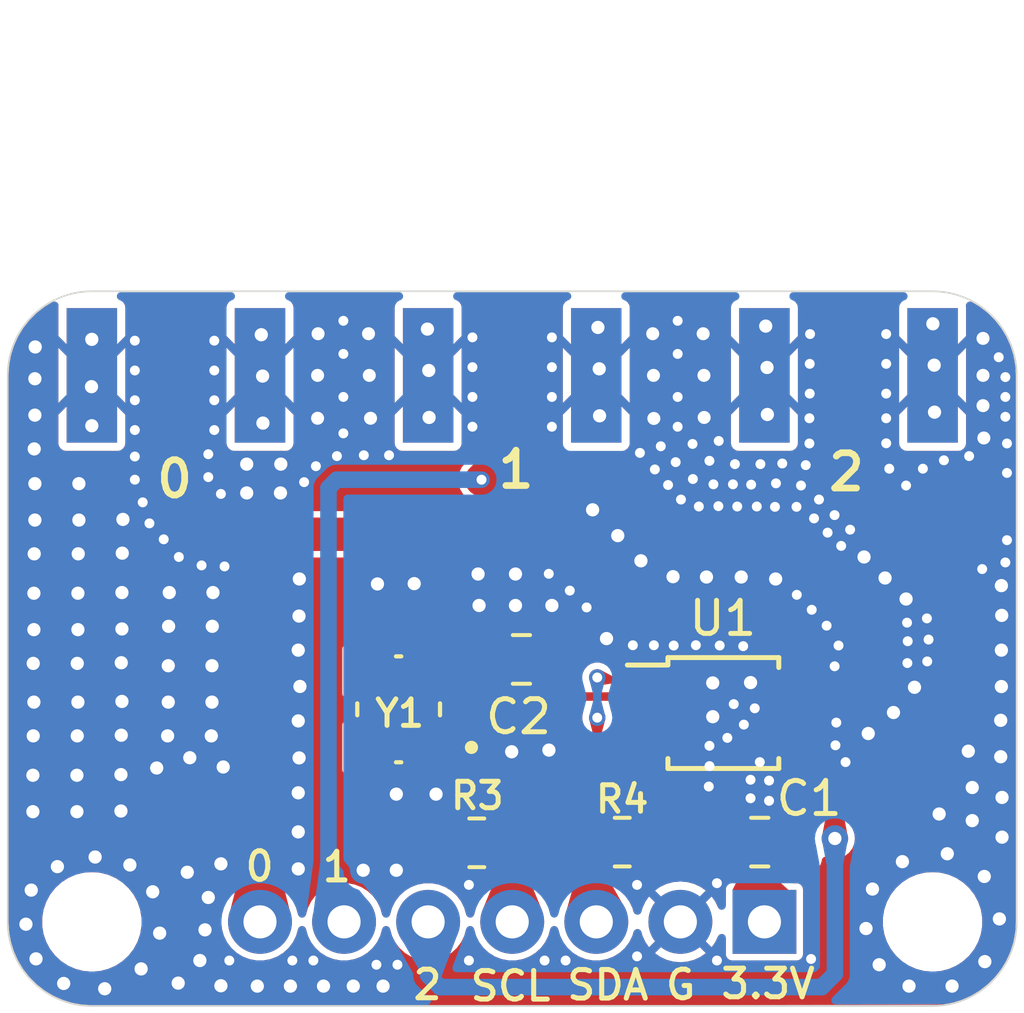
<source format=kicad_pcb>
(kicad_pcb (version 20221018) (generator pcbnew)
  (layers (0 "F.Cu" signal) (31 "B.Cu" signal) (34 "B.Paste" user) (35 "F.Paste" user) (36 "B.SilkS" user "B.Silkscreen") (37 "F.SilkS" user "F.Silkscreen") (38 "B.Mask" user) (39 "F.Mask" user) (44 "Edge.Cuts" user))
  (net 0 "")
  (net 1 "Net-(U1-XA)")
  (net 2 "GND")
  (net 3 "/SDA_3V")
  (net 4 "/SCL_3V")
  (net 5 "/CLK2")
  (net 6 "/CLK1")
  (net 7 "/CLK0")
  (net 8 "+3.3V")
  (net 9 "Net-(Y1-OUT)")
  (footprint "footprints:SMA_EDGELAUNCH_Same" (layer "F.Cu") (at 158.6611 94.7166 -90)
    (fp_text reference "X3" hide)
    (fp_text value "~")
    (pad "GND@1" smd rect (at 2.032 2.54) (size 1.524 4.064) (layers "F.Cu" "F.Mask") (net 2 "GND"))
    (pad "GND@2" smd rect (at 2.032 -2.54) (size 1.524 4.064) (layers "F.Cu" "F.Mask") (net 2 "GND"))
    (pad "GND@3" smd rect (at 2.032 -2.54) (size 1.524 4.064) (layers "B.Cu" "B.Mask") (net 2 "GND"))
    (pad "GND@4" smd rect (at 2.032 2.54) (size 1.524 4.064) (layers "B.Cu" "B.Mask") (net 2 "GND"))
    (pad "P" smd rect (at 2.032 0) (size 1.27 4.064) (layers "F.Cu" "F.Mask") (net 5 "/CLK2"))
  )
  (footprint "Fiducial:Fiducial_1mm_Mask2mm" (layer "F.Cu") (at 138.81 109.99 180)
    (fp_text reference "FID2" hide)
    (fp_text value "~" hide)
    (pad "" smd circle (at 0 0 180) (size 1 1) (layers "F.Cu" "F.Mask") (clearance 0.5))
  )
  (footprint "Resistor_SMD:R_0805_2012Metric_Pad1.20x1.40mm_HandSolder" (layer "F.Cu") (at 151.825 110.85)
    (fp_text reference "R4" (at 0 -1.296) (layer "F.SilkS") (effects (font (size 0.8 0.8))))
    (fp_text value "4.7k" hide)
    (fp_line (start -0.227064 -0.735) (end 0.227064 -0.735) (stroke (width 0.12)) (layer "F.SilkS"))
    (fp_line (start -0.227064 0.735) (end 0.227064 0.735) (stroke (width 0.12)) (layer "F.SilkS"))
    (pad "1" smd roundrect (at -1 0) (size 1.2 1.4) (layers "F.Cu" "F.Paste" "F.Mask") (roundrect_rratio 0.2083333333) (net 3 "/SDA_3V"))
    (pad "2" smd roundrect (at 1 0) (size 1.2 1.4) (layers "F.Cu" "F.Paste" "F.Mask") (roundrect_rratio 0.2083333333) (net 8 "+3.3V"))
  )
  (footprint "MountingHole:MountingHole_2.5mm" (layer "F.Cu") (at 161.2011 113.2586 180)
    (fp_text reference "H2" hide)
    (fp_text value "MOUNTINGHOLE2.5" hide)
    (pad "" np_thru_hole circle (at 0 0 180) (size 2.5 2.5) (drill 2.5) (layers "*.Cu" "*.Mask"))
  )
  (footprint "MountingHole:MountingHole_2.5mm" (layer "F.Cu") (at 135.8011 113.2586 180)
    (fp_text reference "H1" hide)
    (fp_text value "MOUNTINGHOLE2.5" hide)
    (pad "" np_thru_hole circle (at 0 0 180) (size 2.5 2.5) (drill 2.5) (layers "*.Cu" "*.Mask"))
  )
  (footprint "footprints:SMA_EDGELAUNCH_Same" (layer "F.Cu") (at 148.5011 94.7166 -90)
    (fp_text reference "X2" hide)
    (fp_text value "~")
    (pad "GND@1" smd rect (at 2.032 2.54) (size 1.524 4.064) (layers "F.Cu" "F.Mask") (net 2 "GND"))
    (pad "GND@2" smd rect (at 2.032 -2.54) (size 1.524 4.064) (layers "F.Cu" "F.Mask") (net 2 "GND"))
    (pad "GND@3" smd rect (at 2.032 -2.54) (size 1.524 4.064) (layers "B.Cu" "B.Mask") (net 2 "GND"))
    (pad "GND@4" smd rect (at 2.032 2.54) (size 1.524 4.064) (layers "B.Cu" "B.Mask") (net 2 "GND"))
    (pad "P" smd rect (at 2.032 0) (size 1.27 4.064) (layers "F.Cu" "F.Mask") (net 6 "/CLK1"))
  )
  (footprint "Resistor_SMD:R_0805_2012Metric_Pad1.20x1.40mm_HandSolder" (layer "F.Cu") (at 147.431 110.871 180)
    (fp_text reference "R3" (at -0.016 1.4224 180) (layer "F.SilkS") (effects (font (size 0.8 0.8))))
    (fp_text value "4.7k" hide)
    (fp_line (start -0.227064 -0.735) (end 0.227064 -0.735) (stroke (width 0.12)) (layer "F.SilkS"))
    (fp_line (start -0.227064 0.735) (end 0.227064 0.735) (stroke (width 0.12)) (layer "F.SilkS"))
    (pad "1" smd roundrect (at -1 0 180) (size 1.2 1.4) (layers "F.Cu" "F.Paste" "F.Mask") (roundrect_rratio 0.2083333333) (net 4 "/SCL_3V"))
    (pad "2" smd roundrect (at 1 0 180) (size 1.2 1.4) (layers "F.Cu" "F.Paste" "F.Mask") (roundrect_rratio 0.2083333333) (net 8 "+3.3V"))
  )
  (footprint "Adafruit Si5351A:1X07_ROUND_76" (layer "F.Cu") (at 148.5011 113.2586 180)
    (fp_text reference "JP1" hide)
    (fp_text value "~")
    (pad "1" thru_hole rect (at -7.62 0 270) (size 1.9304 1.9304) (drill 1) (layers "*.Cu" "*.Mask") (net 8 "+3.3V"))
    (pad "2" thru_hole circle (at -5.08 0 270) (size 1.9304 1.9304) (drill 1) (layers "*.Cu" "*.Mask") (net 2 "GND"))
    (pad "3" thru_hole circle (at -2.54 0 270) (size 1.9304 1.9304) (drill 1) (layers "*.Cu" "*.Mask") (net 3 "/SDA_3V"))
    (pad "4" thru_hole circle (at 0 0 270) (size 1.9304 1.9304) (drill 1) (layers "*.Cu" "*.Mask") (net 4 "/SCL_3V"))
    (pad "5" thru_hole circle (at 2.54 0 270) (size 1.9304 1.9304) (drill 1) (layers "*.Cu" "*.Mask") (net 5 "/CLK2"))
    (pad "6" thru_hole circle (at 5.08 0 270) (size 1.9304 1.9304) (drill 1) (layers "*.Cu" "*.Mask") (net 6 "/CLK1"))
    (pad "7" thru_hole circle (at 7.62 0 270) (size 1.9304 1.9304) (drill 1) (layers "*.Cu" "*.Mask") (net 7 "/CLK0"))
  )
  (footprint "Capacitor_SMD:C_0805_2012Metric_Pad1.18x1.45mm_HandSolder" (layer "F.Cu") (at 155.98 110.85)
    (fp_text reference "C1" (at 1.49 -1.32 180) (layer "F.SilkS"))
    (fp_text value "100nF" hide)
    (fp_line (start -0.261252 -0.735) (end 0.261252 -0.735) (stroke (width 0.12)) (layer "F.SilkS"))
    (fp_line (start -0.261252 0.735) (end 0.261252 0.735) (stroke (width 0.12)) (layer "F.SilkS"))
    (pad "1" smd roundrect (at -1.0375 0) (size 1.175 1.45) (layers "F.Cu" "F.Paste" "F.Mask") (roundrect_rratio 0.2127659574) (net 8 "+3.3V"))
    (pad "2" smd roundrect (at 1.0375 0) (size 1.175 1.45) (layers "F.Cu" "F.Paste" "F.Mask") (roundrect_rratio 0.2127659574) (net 2 "GND"))
  )
  (footprint "footprints:XTAL_ASTX-H11-25.000MHZ-T-Same" (layer "F.Cu") (at 145.07 106.8375 180)
    (fp_text reference "Y1" (at -0.03 -0.1225 180) (layer "F.SilkS") (effects (font (size 0.8 0.8))))
    (fp_text value "OSCILLATOR" hide)
    (fp_line (start -1.25 -0.18) (end -1.25 0.18) (stroke (width 0.127)) (layer "F.SilkS"))
    (fp_line (start -0.08 -1.6) (end 0.08 -1.6) (stroke (width 0.127)) (layer "F.SilkS"))
    (fp_line (start -0.08 1.6) (end 0.08 1.6) (stroke (width 0.127)) (layer "F.SilkS"))
    (fp_line (start 1.25 -0.18) (end 1.25 0.18) (stroke (width 0.127)) (layer "F.SilkS"))
    (fp_circle (center -2.2 -1.15) (end -2.1 -1.15) (stroke (width 0.2)) (fill none) (layer "F.SilkS"))
    (pad "1" smd rect (at -0.95 -1.15 180) (size 1.1 1.3) (layers "F.Cu" "F.Paste" "F.Mask") (net 2 "GND"))
    (pad "2" smd rect (at -0.95 1.15 180) (size 1.1 1.3) (layers "F.Cu" "F.Paste" "F.Mask") (net 2 "GND"))
    (pad "3" smd rect (at 0.95 1.15 180) (size 1.1 1.3) (layers "F.Cu" "F.Paste" "F.Mask") (net 9 "Net-(Y1-OUT)"))
    (pad "4" smd rect (at 0.95 -1.15 180) (size 1.1 1.3) (layers "F.Cu" "F.Paste" "F.Mask") (net 8 "+3.3V"))
  )
  (footprint "footprints:SMA_EDGELAUNCH_Same" (layer "F.Cu") (at 138.3411 94.7166 -90)
    (fp_text reference "X1" hide)
    (fp_text value "~")
    (pad "GND@1" smd rect (at 2.032 2.54) (size 1.524 4.064) (layers "F.Cu" "F.Mask") (net 2 "GND"))
    (pad "GND@2" smd rect (at 2.032 -2.54) (size 1.524 4.064) (layers "F.Cu" "F.Mask") (net 2 "GND"))
    (pad "GND@3" smd rect (at 2.032 -2.54) (size 1.524 4.064) (layers "B.Cu" "B.Mask") (net 2 "GND"))
    (pad "GND@4" smd rect (at 2.032 2.54) (size 1.524 4.064) (layers "B.Cu" "B.Mask") (net 2 "GND"))
    (pad "P" smd rect (at 2.032 0) (size 1.27 4.064) (layers "F.Cu" "F.Mask") (net 7 "/CLK0"))
  )
  (footprint "Capacitor_SMD:C_0805_2012Metric" (layer "F.Cu") (at 148.78 105.33)
    (fp_text reference "C2" (at -0.088 1.73) (layer "F.SilkS"))
    (fp_text value "100nF" hide)
    (fp_line (start -0.261252 -0.735) (end 0.261252 -0.735) (stroke (width 0.12)) (layer "F.SilkS"))
    (fp_line (start -0.261252 0.735) (end 0.261252 0.735) (stroke (width 0.12)) (layer "F.SilkS"))
    (pad "1" smd roundrect (at -0.95 0) (size 1 1.45) (layers "F.Cu" "F.Paste" "F.Mask") (net 9 "Net-(Y1-OUT)"))
    (pad "2" smd roundrect (at 0.95 0) (size 1 1.45) (layers "F.Cu" "F.Paste" "F.Mask") (net 1 "Net-(U1-XA)"))
  )
  (footprint "Fiducial:Fiducial_1mm_Mask2mm" (layer "F.Cu") (at 162.32 100.71)
    (fp_text reference "FID1" hide)
    (fp_text value "~" hide)
    (pad "" smd circle (at 0 0) (size 1 1) (layers "F.Cu" "F.Mask") (clearance 0.5))
  )
  (footprint "Package_SO:MSOP-10_3x3mm_P0.5mm" (layer "F.Cu") (at 154.88 106.95)
    (fp_text reference "U1" (at -0.0162 -2.8608 180) (layer "F.SilkS"))
    (fp_text value "SI5351A" hide)
    (fp_line (start -1.675 -1.675) (end -1.675 -1.45) (stroke (width 0.15)) (layer "F.SilkS"))
    (fp_line (start -1.675 -1.675) (end 1.675 -1.675) (stroke (width 0.15)) (layer "F.SilkS"))
    (fp_line (start -1.675 -1.45) (end -2.9 -1.45) (stroke (width 0.15)) (layer "F.SilkS"))
    (fp_line (start -1.675 1.675) (end -1.675 1.375) (stroke (width 0.15)) (layer "F.SilkS"))
    (fp_line (start -1.675 1.675) (end 1.675 1.675) (stroke (width 0.15)) (layer "F.SilkS"))
    (fp_line (start 1.675 -1.675) (end 1.675 -1.375) (stroke (width 0.15)) (layer "F.SilkS"))
    (fp_line (start 1.675 1.675) (end 1.675 1.375) (stroke (width 0.15)) (layer "F.SilkS"))
    (pad "1" smd rect (at -2.2 -1) (size 1.4 0.3) (layers "F.Cu" "F.Paste" "F.Mask") (net 8 "+3.3V"))
    (pad "2" smd rect (at -2.2 -0.5) (size 1.4 0.3) (layers "F.Cu" "F.Paste" "F.Mask") (net 1 "Net-(U1-XA)"))
    (pad "3" smd rect (at -2.2 0) (size 1.4 0.3) (layers "F.Cu" "F.Paste" "F.Mask"))
    (pad "4" smd rect (at -2.2 0.5) (size 1.4 0.3) (layers "F.Cu" "F.Paste" "F.Mask") (net 4 "/SCL_3V"))
    (pad "5" smd rect (at -2.2 1) (size 1.4 0.3) (layers "F.Cu" "F.Paste" "F.Mask") (net 3 "/SDA_3V"))
    (pad "6" smd rect (at 2.2 1) (size 1.4 0.3) (layers "F.Cu" "F.Paste" "F.Mask") (net 5 "/CLK2"))
    (pad "7" smd rect (at 2.2 0.5) (size 1.4 0.3) (layers "F.Cu" "F.Paste" "F.Mask") (net 8 "+3.3V"))
    (pad "8" smd rect (at 2.2 0) (size 1.4 0.3) (layers "F.Cu" "F.Paste" "F.Mask") (net 2 "GND"))
    (pad "9" smd rect (at 2.2 -0.5) (size 1.4 0.3) (layers "F.Cu" "F.Paste" "F.Mask") (net 6 "/CLK1"))
    (pad "10" smd rect (at 2.2 -1) (size 1.4 0.3) (layers "F.Cu" "F.Paste" "F.Mask") (net 7 "/CLK0"))
  )
  (gr_arc (start 161.2011 94.2086) (mid 162.997151 94.952549) (end 163.7411 96.7486) (stroke (width 0.05)) (layer "Edge.Cuts"))
  (gr_line (start 133.2611 113.2586) (end 133.2611 96.7486) (stroke (width 0.05)) (layer "Edge.Cuts"))
  (gr_line (start 161.2011 115.7986) (end 135.8011 115.7986) (stroke (width 0.05)) (layer "Edge.Cuts"))
  (gr_arc (start 135.8011 115.7986) (mid 134.005049 115.054651) (end 133.2611 113.2586) (stroke (width 0.05)) (layer "Edge.Cuts"))
  (gr_line (start 163.7411 96.7486) (end 163.7411 113.2586) (stroke (width 0.05)) (layer "Edge.Cuts"))
  (gr_arc (start 133.2611 96.7486) (mid 134.005049 94.952549) (end 135.8011 94.2086) (stroke (width 0.05)) (layer "Edge.Cuts"))
  (gr_line (start 135.8011 94.2086) (end 161.2011 94.2086) (stroke (width 0.05)) (layer "Edge.Cuts"))
  (gr_arc (start 163.7411 113.2586) (mid 162.997151 115.054651) (end 161.2011 115.7986) (stroke (width 0.05)) (layer "Edge.Cuts"))
  (gr_text "1" (at 148.6154 99.5934) (layer "F.SilkS") (effects (font (size 1.0668 1.0668) (thickness 0.2032))))
  (gr_text "G" (at 153.59 115.16) (layer "F.SilkS") (effects (font (size 0.8636 0.8636) (thickness 0.1524))))
  (gr_text "0" (at 140.8684 111.5822) (layer "F.SilkS") (effects (font (size 0.8636 0.8636) (thickness 0.1524))))
  (gr_text "SCL" (at 148.45 115.2) (layer "F.SilkS") (effects (font (size 0.8636 0.8636) (thickness 0.1524))))
  (gr_text "2" (at 145.94 115.16) (layer "F.SilkS") (effects (font (size 0.8636 0.8636) (thickness 0.1524))))
  (gr_text "SDA" (at 151.39 115.17) (layer "F.SilkS") (effects (font (size 0.8636 0.8636) (thickness 0.1524))))
  (gr_text "1" (at 143.2 111.6) (layer "F.SilkS") (effects (font (size 0.8636 0.8636) (thickness 0.1524))))
  (gr_text "3.3V" (at 156.23 115.13) (layer "F.SilkS") (effects (font (size 0.8636 0.8636) (thickness 0.1524))))
  (gr_text "2" (at 158.5976 99.6696) (layer "F.SilkS") (effects (font (size 1.0668 1.0668) (thickness 0.2032))))
  (gr_text "0" (at 138.3 99.88) (layer "F.SilkS") (effects (font (size 1.0668 1.0668) (thickness 0.2032))))
  (segment (start 149.73 106.35) (end 149.8325 106.4525) (width 0.254) (layer "F.Cu") (net 1))
  (segment (start 149.73 105.33) (end 149.73 106.35) (width 0.254) (layer "F.Cu") (net 1))
  (segment (start 149.8325 106.4525) (end 152.6775 106.4525) (width 0.254) (layer "F.Cu") (net 1))
  (segment (start 152.6775 106.4525) (end 152.68 106.45) (width 0.254) (layer "F.Cu") (net 1))
  (segment (start 152.68 106.45) (end 150.0605 106.45) (width 0.25) (layer "F.Cu") (net 1))
  (segment (start 146.02 105.6875) (end 146.02 107.9875) (width 0.25) (layer "F.Cu") (net 2))
  (via (at 143.7 115.2) (size 0.8) (drill 0.4) (layers "F.Cu" "B.Cu") (net 2))
  (via (at 163.4 98) (size 0.5) (drill 0.3) (layers "F.Cu" "B.Cu") (net 2))
  (via (at 145.94 95.35) (size 0.8) (drill 0.4) (layers "F.Cu" "B.Cu") (net 2))
  (via (at 145 109.4) (size 0.8) (drill 0.4) (layers "F.Cu" "B.Cu") (net 2))
  (via (at 159.893 99.568) (size 0.5) (drill 0.3) (layers "F.Cu" "B.Cu") (net 2))
  (via (at 138.12 104.33) (size 0.8) (drill 0.4) (layers "F.Cu" "B.Cu") (net 2))
  (via (at 143.4 95.1) (size 0.5) (drill 0.3) (layers "F.Cu" "B.Cu") (net 2))
  (via (at 136.68 109.91) (size 0.8) (drill 0.4) (layers "F.Cu" "B.Cu") (net 2))
  (via (at 160.29 111.44) (size 0.8) (drill 0.4) (layers "F.Cu" "B.Cu") (net 2))
  (via (at 158.242 105.537) (size 0.5) (drill 0.3) (layers "F.Cu" "B.Cu") (net 2))
  (via (at 134.114168 114.376541) (size 0.8) (drill 0.4) (layers "F.Cu" "B.Cu") (net 2))
  (via (at 161.26 97.86) (size 0.8) (drill 0.4) (layers "F.Cu" "B.Cu") (net 2))
  (via (at 134.05 103.33) (size 0.8) (drill 0.4) (layers "F.Cu" "B.Cu") (net 2))
  (via (at 144.018 99.1616) (size 0.5) (drill 0.3) (layers "F.Cu" "B.Cu") (net 2))
  (via (at 162.306 99.187) (size 0.5) (drill 0.3) (layers "F.Cu" "B.Cu") (net 2))
  (via (at 142.06 104.02) (size 0.8) (drill 0.4) (layers "F.Cu" "B.Cu") (net 2))
  (via (at 157.62 101.07) (size 0.5) (drill 0.3) (layers "F.Cu" "B.Cu") (net 2))
  (via (at 155.3 100.71) (size 0.5) (drill 0.3) (layers "F.Cu" "B.Cu") (net 2))
  (via (at 163.4 96.8) (size 0.5) (drill 0.3) (layers "F.Cu" "B.Cu") (net 2))
  (via (at 138.11 106.62) (size 0.8) (drill 0.4) (layers "F.Cu" "B.Cu") (net 2))
  (via (at 157.48 98.806) (size 0.5) (drill 0.3) (layers "F.Cu" "B.Cu") (net 2))
  (via (at 141.859 114.427) (size 0.5) (drill 0.3) (layers "F.Cu" "B.Cu") (net 2))
  (via (at 137.1 96.6) (size 0.5) (drill 0.3) (layers "F.Cu" "B.Cu") (net 2))
  (via (at 163.28 106.15) (size 0.8) (drill 0.4) (layers "F.Cu" "B.Cu") (net 2))
  (via (at 160.45 104.78) (size 0.5) (drill 0.3) (layers "F.Cu" "B.Cu") (net 2))
  (via (at 154.14 100.71) (size 0.5) (drill 0.3) (layers "F.Cu" "B.Cu") (net 2))
  (via (at 158.71 101.41) (size 0.5) (drill 0.3) (layers "F.Cu" "B.Cu") (net 2))
  (via (at 139.1158 102.489) (size 0.5) (drill 0.3) (layers "F.Cu" "B.Cu") (net 2))
  (via (at 156 99.43) (size 0.5) (drill 0.3) (layers "F.Cu" "B.Cu") (net 2))
  (via (at 147.193 114.427) (size 0.5) (drill 0.3) (layers "F.Cu" "B.Cu") (net 2))
  (via (at 138.43 102.235) (size 0.5) (drill 0.3) (layers "F.Cu" "B.Cu") (net 2))
  (via (at 153.5 97.4) (size 0.5) (drill 0.3) (layers "F.Cu" "B.Cu") (net 2))
  (via (at 160.909 99.568) (size 0.5) (drill 0.3) (layers "F.Cu" "B.Cu") (net 2))
  (via (at 160.401 100.076) (size 0.5) (drill 0.3) (layers "F.Cu" "B.Cu") (net 2))
  (via (at 153.6 100.5) (size 0.5) (drill 0.3) (layers "F.Cu" "B.Cu") (net 2))
  (via (at 157.49 97.3) (size 0.5) (drill 0.3) (layers "F.Cu" "B.Cu") (net 2))
  (via (at 145.54 103.04) (size 0.8) (drill 0.4) (layers "F.Cu" "B.Cu") (net 2))
  (via (at 151.69 101.59) (size 0.8) (drill 0.4) (layers "F.Cu" "B.Cu") (net 2))
  (via (at 156.16 95.26) (size 0.8) (drill 0.4) (layers "F.Cu" "B.Cu") (net 2))
  (via (at 156.47 100.01) (size 0.5) (drill 0.3) (layers "F.Cu" "B.Cu") (net 2))
  (via (at 137.76 108.61) (size 0.8) (drill 0.4) (layers "F.Cu" "B.Cu") (net 2))
  (via (at 163.2 96.2) (size 0.5) (drill 0.3) (layers "F.Cu" "B.Cu") (net 2))
  (via (at 161.21 95.19) (size 0.8) (drill 0.4) (layers "F.Cu" "B.Cu") (net 2))
  (via (at 151.09 95.3) (size 0.8) (drill 0.4) (layers "F.Cu" "B.Cu") (net 2))
  (via (at 151.14 97.97) (size 0.8) (drill 0.4) (layers "F.Cu" "B.Cu") (net 2))
  (via (at 155 107.7) (size 0.5) (drill 0.3) (layers "F.Cu" "B.Cu") (net 2))
  (via (at 147.3 95.6) (size 0.5) (drill 0.3) (layers "F.Cu" "B.Cu") (net 2))
  (via (at 155.829 106.807) (size 0.5) (drill 0.3) (layers "F.Cu" "B.Cu") (net 2))
  (via (at 154.461786 108.552562) (size 0.5) (drill 0.3) (layers "F.Cu" "B.Cu") (net 2))
  (via (at 153.36 102.83) (size 0.8) (drill 0.4) (layers "F.Cu" "B.Cu") (net 2))
  (via (at 152.146 104.902) (size 0.5) (drill 0.3) (layers "F.Cu" "B.Cu") (net 2))
  (via (at 136.69 107.62) (size 0.8) (drill 0.4) (layers "F.Cu" "B.Cu") (net 2))
  (via (at 155.702 109.5248) (size 0.5) (drill 0.3) (layers "F.Cu" "B.Cu") (net 2))
  (via (at 150.114 114.427) (size 0.5) (drill 0.3) (layers "F.Cu" "B.Cu") (net 2))
  (via (at 142.0876 106.1466) (size 0.8) (drill 0.4) (layers "F.Cu" "B.Cu") (net 2))
  (via (at 136.71 103.31) (size 0.8) (drill 0.4) (layers "F.Cu" "B.Cu") (net 2))
  (via (at 142.0368 110.5408) (size 0.8) (drill 0.4) (layers "F.Cu" "B.Cu") (net 2))
  (via (at 134.95 115.12) (size 0.8) (drill 0.4) (layers "F.Cu" "B.Cu") (net 2))
  (via (at 154.2931 96.7486) (size 0.8001) (drill 0.3937) (layers "F.Cu" "B.Cu") (net 2))
  (via (at 149.61 108.07) (size 0.8) (drill 0.4) (layers "F.Cu" "B.Cu") (net 2))
  (via (at 153.5 96.1) (size 0.5) (drill 0.3) (layers "F.Cu" "B.Cu") (net 2))
  (via (at 137.541 101.219) (size 0.5) (drill 0.3) (layers "F.Cu" "B.Cu") (net 2))
  (via (at 142.07 102.9) (size 0.8) (drill 0.4) (layers "F.Cu" "B.Cu") (net 2))
  (via (at 155.702 106.03) (size 0.8) (drill 0.4) (layers "F.Cu" "B.Cu") (net 2))
  (via (at 136.71 104.41) (size 0.8) (drill 0.4) (layers "F.Cu" "B.Cu") (net 2))
  (via (at 144.43 103.05) (size 0.8) (drill 0.4) (layers "F.Cu" "B.Cu") (net 2))
  (via (at 149.7 95.6) (size 0.5) (drill 0.3) (layers "F.Cu" "B.Cu") (net 2))
  (via (at 135.38 106.62) (size 0.8) (drill 0.4) (layers "F.Cu" "B.Cu") (net 2))
  (via (at 161.544 99.314) (size 0.5) (drill 0.3) (layers "F.Cu" "B.Cu") (net 2))
  (via (at 142.0368 105.05) (size 0.8) (drill 0.4) (layers "F.Cu" "B.Cu") (net 2))
  (via (at 152.273 112.141) (size 0.5) (drill 0.3) (layers "F.Cu" "B.Cu") (net 2))
  (via (at 144.399 114.554) (size 0.5) (drill 0.3) (layers "F.Cu" "B.Cu") (net 2))
  (via (at 160.401 103.505) (size 0.8) (drill 0.4) (layers "F.Cu" "B.Cu") (net 2))
  (via (at 135.35 108.83) (size 0.8) (drill 0.4) (layers "F.Cu" "B.Cu") (net 2))
  (via (at 154.27 95.49) (size 0.8001) (drill 0.3937) (layers "F.Cu" "B.Cu") (net 2))
  (via (at 134.08 96.85) (size 0.8) (drill 0.4) (layers "F.Cu" "B.Cu") (net 2))
  (via (at 147.47 102.75) (size 0.8) (drill 0.4) (layers "F.Cu" "B.Cu") (net 2))
  (via (at 142.0368 107.188) (size 0.8) (drill 0.4) (layers "F.Cu" "B.Cu") (net 2))
  (via (at 149.606 102.743) (size 0.5) (drill 0.3) (layers "F.Cu" "B.Cu") (net 2))
  (via (at 144 111.7) (size 0.8) (drill 0.4) (layers "F.Cu" "B.Cu") (net 2))
  (via (at 142.621 96.7486) (size 0.8001) (drill 0.3937) (layers "F.Cu" "B.Cu") (net 2))
  (via (at 138.11 105.52) (size 0.8) (drill 0.4) (layers "F.Cu" "B.Cu") (net 2))
  (via (at 139.5 98.4) (size 0.5) (drill 0.3) (layers "F.Cu" "B.Cu") (net 2))
  (via (at 135.38 103.33) (size 0.8) (drill 0.4) (layers "F.Cu" "B.Cu") (net 2))
  (via (at 139.5 97.5) (size 0.5) (drill 0.3) (layers "F.Cu" "B.Cu") (net 2))
  (via (at 139.319 112.522) (size 0.8) (drill 0.4) (layers "F.Cu" "B.Cu") (net 2))
  (via (at 147.3 97.4) (size 0.5) (drill 0.3) (layers "F.Cu" "B.Cu") (net 2))
  (via (at 152.39 102.35) (size 0.8) (drill 0.4) (layers "F.Cu" "B.Cu") (net 2))
  (via (at 144.16 95.49) (size 0.8001) (drill 0.3937) (layers "F.Cu" "B.Cu") (net 2))
  (via (at 159.131 102.235) (size 0.8) (drill 0.4) (layers "F.Cu" "B.Cu") (net 2))
  (via (at 153.38 104.91) (size 0.5) (drill 0.3) (layers "F.Cu" "B.Cu") (net 2))
  (via (at 135.39 102.14) (size 0.8) (drill 0.4) (layers "F.Cu" "B.Cu") (net 2))
  (via (at 139.319 99.13) (size 0.5) (drill 0.3) (layers "F.Cu" "B.Cu") (net 2))
  (via (at 154.74 98.73) (size 0.5) (drill 0.3) (layers "F.Cu" "B.Cu") (net 2))
  (via (at 134.05 104.43) (size 0.8) (drill 0.4) (layers "F.Cu" "B.Cu") (net 2))
  (via (at 135.41 101.12) (size 0.8) (drill 0.4) (layers "F.Cu" "B.Cu") (net 2))
  (via (at 154.73 100.7) (size 0.5) (drill 0.3) (layers "F.Cu" "B.Cu") (net 2))
  (via (at 158.44 101.9) (size 0.5) (drill 0.3) (layers "F.Cu" "B.Cu") (net 2))
  (via (at 154.44 109.17) (size 0.5) (drill 0.3) (layers "F.Cu" "B.Cu") (net 2))
  (via (at 136.95 111.54) (size 0.8) (drill 0.4) (layers "F.Cu" "B.Cu") (net 2))
  (via (at 158 104.31) (size 0.5) (drill 0.3) (layers "F.Cu" "B.Cu") (net 2))
  (via (at 156.2 96.51) (size 0.8) (drill 0.4) (layers "F.Cu" "B.Cu") (net 2))
  (via (at 139.065 114.427) (size 0.8) (drill 0.4) (layers "F.Cu" "B.Cu") (net 2))
  (via (at 158.24 100.97) (size 0.5) (drill 0.3) (layers "F.Cu" "B.Cu") (net 2))
  (via (at 156.46 102.9) (size 0.8) (drill 0.4) (layers "F.Cu" "B.Cu") (net 2))
  (via (at 145 111.7) (size 0.8) (drill 0.4) (layers "F.Cu" "B.Cu") (net 2))
  (via (at 154.37 102.84) (size 0.8) (drill 0.4) (layers "F.Cu" "B.Cu") (net 2))
  (via (at 135.8 95.66) (size 0.8) (drill 0.4) (layers "F.Cu" "B.Cu") (net 2))
  (via (at 141.5 100.3) (size 0.8) (drill 0.4) (layers "F.Cu" "B.Cu") (net 2))
  (via (at 138.09 107.64) (size 0.8) (drill 0.4) (layers "F.Cu" "B.Cu") (net 2))
  (via (at 157.5308 114.38) (size 0.5) (drill 0.3) (layers "F.Cu" "B.Cu") (net 2))
  (via (at 154.559 106.04) (size 0.8) (drill 0.4) (layers "F.Cu" "B.Cu") (net 2))
  (via (at 154.05 104.9) (size 0.5) (drill 0.3) (layers "F.Cu" "B.Cu") (net 2))
  (via (at 155.9814 108.4326) (size 0.5) (drill 0.3) (layers "F.Cu" "B.Cu") (net 2))
  (via (at 155.23 99.43) (size 0.5) (drill 0.3) (layers "F.Cu" "B.Cu") (net 2))
  (via (at 134.02 108.83) (size 0.8) (drill 0.4) (layers "F.Cu" "B.Cu") (net 2))
  (via (at 155.17 100.04) (size 0.5) (drill 0.3) (layers "F.Cu" "B.Cu") (net 2))
  (via (at 152.78 98.05) (size 0.8001) (drill 0.3937) (layers "F.Cu" "B.Cu") (net 2))
  (via (at 160.43 104.22) (size 0.5) (drill 0.3) (layers "F.Cu" "B.Cu") (net 2))
  (via (at 142.8 115.2) (size 0.8) (drill 0.4) (layers "F.Cu" "B.Cu") (net 2))
  (via (at 162.4 110.2) (size 0.8) (drill 0.4) (layers "F.Cu" "B.Cu") (net 2))
  (via (at 139.46 103.31) (size 0.8) (drill 0.4) (layers "F.Cu" "B.Cu") (net 2))
  (via (at 159.5882 114.554) (size 0.8) (drill 0.4) (layers "F.Cu" "B.Cu") (net 2))
  (via (at 155.194 106.68) (size 0.5) (drill 0.3) (layers "F.Cu" "B.Cu") (net 2))
  (via (at 134.03 107.64) (size 0.8) (drill 0.4) (layers "F.Cu" "B.Cu") (net 2))
  (via (at 156.21 97.93) (size 0.8) (drill 0.4) (layers "F.Cu" "B.Cu") (net 2))
  (via (at 142.621 98.044) (size 0.8001) (drill 0.3937) (layers "F.Cu" "B.Cu") (net 2))
  (via (at 161.79 115.2) (size 0.8) (drill 0.4) (layers "F.Cu" "B.Cu") (net 2))
  (via (at 158.36 104.91) (size 0.5) (drill 0.3) (layers "F.Cu" "B.Cu") (net 2))
  (via (at 140.48 99.43) (size 0.8) (drill 0.4) (layers "F.Cu" "B.Cu") (net 2))
  (via (at 155.42 102.84) (size 0.8) (drill 0.4) (layers "F.Cu" "B.Cu") (net 2))
  (via (at 133.81 113.33) (size 0.8) (drill 0.4) (layers "F.Cu" "B.Cu") (net 2))
  (via (at 151.13 96.55) (size 0.8) (drill 0.4) (layers "F.Cu" "B.Cu") (net 2))
  (via (at 134.08 101.12) (size 0.8) (drill 0.4) (layers "F.Cu" "B.Cu") (net 2))
  (via (at 139.7 100.33) (size 0.5) (drill 0.3) (layers "F.Cu" "B.Cu") (net 2))
  (via (at 139.81 102.52) (size 0.5) (drill 0.3) (layers "F.Cu" "B.Cu") (net 2))
  (via (at 136.72 102.12) (size 0.8) (drill 0.4) (layers "F.Cu" "B.Cu") (net 2))
  (via (at 142.2146 99.9744) (size 0.5) (drill 0.3) (layers "F.Cu" "B.Cu") (net 2))
  (via (at 153.95 98.82) (size 0.5) (drill 0.3) (layers "F.Cu" "B.Cu") (net 2))
  (via (at 135.9 111.3) (size 0.8) (drill 0.4) (layers "F.Cu" "B.Cu") (net 2))
  (via (at 145.99 98.02) (size 0.8) (drill 0.4) (layers "F.Cu" "B.Cu") (net 2))
  (via (at 133.97 112.3) (size 0.8) (drill 0.4) (layers "F.Cu" "B.Cu") (net 2))
  (via (at 158.2928 107.2388) (size 0.5) (drill 0.3) (layers "F.Cu" "B.Cu") (net 2))
  (via (at 158.5722 108.4326) (size 0.5) (drill 0.3) (layers "F.Cu" "B.Cu") (net 2))
  (via (at 134.06 102.14) (size 0.8) (drill 0.4) (layers "F.Cu" "B.Cu") (net 2))
  (via (at 157.226 100.076) (size 0.5) (drill 0.3) (layers "F.Cu" "B.Cu") (net 2))
  (via (at 159.8 98.044) (size 0.5) (drill 0.3) (layers "F.Cu" "B.Cu") (net 2))
  (via (at 147.3 98.3) (size 0.5) (drill 0.3) (layers "F.Cu" "B.Cu") (net 2))
  (via (at 156.66 99.41) (size 0.5) (drill 0.3) (layers "F.Cu" "B.Cu") (net 2))
  (via (at 140.97 98.19) (size 0.8) (drill 0.4) (layers "F.Cu" "B.Cu") (net 2))
  (via (at 134.08 97.95) (size 0.8) (drill 0.4) (layers "F.Cu" "B.Cu") (net 2))
  (via (at 161.25 96.44) (size 0.8) (drill 0.4) (layers "F.Cu" "B.Cu") (net 2))
  (via (at 163.28 105.05) (size 0.8) (drill 0.4) (layers "F.Cu" "B.Cu") (net 2))
  (via (at 136.69 105.43) (size 0.8) (drill 0.4) (layers "F.Cu" "B.Cu") (net 2))
  (via (at 157.09 100.72) (size 0.5) (drill 0.3) (layers "F.Cu" "B.Cu") (net 2))
  (via (at 153.21 100.06) (size 0.5) (drill 0.3) (layers "F.Cu" "B.Cu") (net 2))
  (via (at 152.781 104.902) (size 0.5) (drill 0.3) (layers "F.Cu" "B.Cu") (net 2))
  (via (at 140.92 95.52) (size 0.8) (drill 0.4) (layers "F.Cu" "B.Cu") (net 2))
  (via (at 159.8 97.3) (size 0.5) (drill 0.3) (layers "F.Cu" "B.Cu") (net 2))
  (via (at 162.7251 97.663) (size 0.8001) (drill 0.3937) (layers "F.Cu" "B.Cu") (net 2))
  (via (at 160.49 115.2) (size 0.8) (drill 0.4) (layers "F.Cu" "B.Cu") (net 2))
  (via (at 139.954 114.427) (size 0.5) (drill 0.3) (layers "F.Cu" "B.Cu") (net 2))
  (via (at 143.4 97.4) (size 0.5) (drill 0.3) (layers "F.Cu" "B.Cu") (net 2))
  (via (at 159.19 113.46) (size 0.8) (drill 0.4) (layers "F.Cu" "B.Cu") (net 2))
  (via (at 153.96 99.88) (size 0.5) (drill 0.3) (layers "F.Cu" "B.Cu") (net 2))
  (via (at 159.385 112.268) (size 0.8) (drill 0.4) (layers "F.Cu" "B.Cu") (net 2))
  (via (at 139.43 106.62) (size 0.8) (drill 0.4) (layers "F.Cu" "B.Cu") (net 2))
  (via (at 163.26 107.17) (size 0.8) (drill 0.4) (layers "F.Cu" "B.Cu") (net 2))
  (via (at 150.241 103.251) (size 0.5) (drill 0.3) (layers "F.Cu" "B.Cu") (net 2))
  (via (at 142.5702 99.4918) (size 0.5) (drill 0.3) (layers "F.Cu" "B.Cu") (net 2))
  (via (at 159.258 107.569) (size 0.8) (drill 0.4) (layers "F.Cu" "B.Cu") (net 2))
  (via (at 139.41 107.64) (size 0.8) (drill 0.4) (layers "F.Cu" "B.Cu") (net 2))
  (via (at 163.449 98.806) (size 0.5) (drill 0.3) (layers "F.Cu" "B.Cu") (net 2))
  (via (at 146.2 109.4) (size 0.8) (drill 0.4) (layers "F.Cu" "B.Cu") (net 2))
  (via (at 138.684 111.76) (size 0.8) (drill 0.4) (layers "F.Cu" "B.Cu") (net 2))
  (via (at 139.319 99.822) (size 0.5) (drill 0.3) (layers "F.Cu" "B.Cu") (net 2))
  (via (at 154.3 98.02) (size 0.8001) (drill 0.3937) (layers "F.Cu" "B.Cu") (net 2))
  (via (at 157.099 103.378) (size 0.5) (drill 0.3) (layers "F.Cu" "B.Cu") (net 2))
  (via (at 161.08 104.73) (size 0.5) (drill 0.3) (layers "F.Cu" "B.Cu") (net 2))
  (via (at 134.05 106.62) (size 0.8) (drill 0.4) (layers "F.Cu" "B.Cu") (net 2))
  (via (at 137.1 97.5) (size 0.5) (drill 0.3) (layers "F.Cu" "B.Cu") (net 2))
  (via (at 140.48 100.3) (size 0.8) (drill 0.4) (layers "F.Cu" "B.Cu") (net 2))
  (via (at 162.7251 95.631) (size 0.8001) (drill 0.3937) (layers "F.Cu" "B.Cu") (net 2))
  (via (at 149.7 97.4) (size 0.5) (drill 0.3) (layers "F.Cu" "B.Cu") (net 2))
  (via (at 150.749 103.759) (size 0.5) (drill 0.3) (layers "F.Cu" "B.Cu") (net 2))
  (via (at 158.03 101.5) (size 0.5) (drill 0.3) (layers "F.Cu" "B.Cu") (net 2))
  (via (at 155.702 108.966) (size 0.5) (drill 0.3) (layers "F.Cu" "B.Cu") (net 2))
  (via (at 134.06 98.97) (size 0.8) (drill 0.4) (layers "F.Cu" "B.Cu") (net 2))
  (via (at 142.0368 111.6584) (size 0.8) (drill 0.4) (layers "F.Cu" "B.Cu") (net 2))
  (via (at 135.8 98.27) (size 0.8) (drill 0.4) (layers "F.Cu" "B.Cu") (net 2))
  (via (at 138.14 103.31) (size 0.8) (drill 0.4) (layers "F.Cu" "B.Cu") (net 2))
  (via (at 137.9728 101.7016) (size 0.5) (drill 0.3) (layers "F.Cu" "B.Cu") (net 2))
  (via (at 147.5 103.7) (size 0.8) (drill 0.4) (layers "F.Cu" "B.Cu") (net 2))
  (via (at 157.37 99.46) (size 0.5) (drill 0.3) (layers "F.Cu" "B.Cu") (net 2))
  (via (at 163.28 103.1) (size 0.8) (drill 0.4) (layers "F.Cu" "B.Cu") (net 2))
  (via (at 134.09 95.89) (size 0.8) (drill 0.4) (layers "F.Cu" "B.Cu") (net 2))
  (via (at 139.5 95.7) (size 0.5) (drill 0.3) (layers "F.Cu" "B.Cu") (net 2))
  (via (at 136.71 106.6) (size 0.8) (drill 0.4) (layers "F.Cu" "B.Cu") (net 2))
  (via (at 142.636 95.49) (size 0.8001) (drill 0.3937) (layers "F.Cu" "B.Cu") (net 2))
  (via (at 162.7632 111.887) (size 0.8) (drill 0.4) (layers "F.Cu" "B.Cu") (net 2))
  (via (at 152.746 95.49) (size 0.8001) (drill 0.3937) (layers "F.Cu" "B.Cu") (net 2))
  (via (at 139.43 105.52) (size 0.8) (drill 0.4) (layers "F.Cu" "B.Cu") (net 2))
  (via (at 163.29 104) (size 0.8) (drill 0.4) (layers "F.Cu" "B.Cu") (net 2))
  (via (at 134.03 105.45) (size 0.8) (drill 0.4) (layers "F.Cu" "B.Cu") (net 2))
  (via (at 161.6456 111.2012) (size 0.8) (drill 0.4) (layers "F.Cu" "B.Cu") (net 2))
  (via (at 152.81 99.59) (size 0.5) (drill 0.3) (layers "F.Cu" "B.Cu") (net 2))
  (via (at 154.46 99.33) (size 0.5) (drill 0.3) (layers "F.Cu" "B.Cu") (net 2))
  (via (at 149.7 103.7) (size 0.8) (drill 0.4) (layers "F.Cu" "B.Cu") (net 2))
  (via (at 155.5 107.3) (size 0.5) (drill 0.3) (layers "F.Cu" "B.Cu") (net 2))
  (via (at 159.766 102.87) (size 0.8) (drill 0.4) (layers "F.Cu" "B.Cu") (net 2))
  (via (at 157.48 98.044) (size 0.5) (drill 0.3) (layers "F.Cu" "B.Cu") (net 2))
  (via (at 137.1 95.7) (size 0.5) (drill 0.3) (layers "F.Cu" "B.Cu") (net 2))
  (via (at 153.5 95.1) (size 0.5) (drill 0.3) (layers "F.Cu" "B.Cu") (net 2))
  (via (at 144.78 99.1616) (size 0.5) (drill 0.3) (layers "F.Cu" "B.Cu") (net 2))
  (via (at 139.44 104.33) (size 0.8) (drill 0.4) (layers "F.Cu" "B.Cu") (net 2))
  (via (at 137.29 114.68) (size 0.8) (drill 0.4) (layers "F.Cu" "B.Cu") (net 2))
  (via (at 161.4 110) (size 0.8) (drill 0.4) (layers "F.Cu" "B.Cu") (net 2))
  (via (at 147.193 112.141) (size 0.5) (drill 0.3) (layers "F.Cu" "B.Cu") (net 2))
  (via (at 157.49 96.4) (size 0.5) (drill 0.3) (layers "F.Cu" "B.Cu") (net 2))
  (via (at 154.56 107.061) (size 0.8) (drill 0.4) (layers "F.Cu" "B.Cu") (net 2))
  (via (at 147.3 96.5) (size 0.5) (drill 0.3) (layers "F.Cu" "B.Cu") (net 2))
  (via (at 143.4 98.5) (size 0.5) (drill 0.3) (layers "F.Cu" "B.Cu") (net 2))
  (via (at 163.4 102.4) (size 0.5) (drill 0.3) (layers "F.Cu" "B.Cu") (net 2))
  (via (at 154.686 114.427) (size 0.5) (drill 0.3) (layers "F.Cu" "B.Cu") (net 2))
  (via (at 162.4 109.2) (size 0.8) (drill 0.4) (layers "F.Cu" "B.Cu") (net 2))
  (via (at 153.44 99.37) (size 0.5) (drill 0.3) (layers "F.Cu" "B.Cu") (net 2))
  (via (at 137.3378 100.584) (size 0.5) (drill 0.3) (layers "F.Cu" "B.Cu") (net 2))
  (via (at 151.35 104.7) (size 0.8) (drill 0.4) (layers "F.Cu" "B.Cu") (net 2))
  (via (at 143.4 96.1) (size 0.5) (drill 0.3) (layers "F.Cu" "B.Cu") (net 2))
  (via (at 135.38 104.43) (size 0.8) (drill 0.4) (layers "F.Cu" "B.Cu") (net 2))
  (via (at 161.03 104.09) (size 0.5) (drill 0.3) (layers "F.Cu" "B.Cu") (net 2))
  (via (at 139.5 96.6) (size 0.5) (drill 0.3) (layers "F.Cu" "B.Cu") (net 2))
  (via (at 142.494 114.427) (size 0.5) (drill 0.3) (layers "F.Cu" "B.Cu") (net 2))
  (via (at 162.2806 108.1024) (size 0.8) (drill 0.4) (layers "F.Cu" "B.Cu") (net 2))
  (via (at 159.8 98.8) (size 0.5) (drill 0.3) (layers "F.Cu" "B.Cu") (net 2))
  (via (at 157.77 100.5) (size 0.5) (drill 0.3) (layers "F.Cu" "B.Cu") (net 2))
  (via (at 148.6 102.75) (size 0.8) (drill 0.4) (layers "F.Cu" "B.Cu") (net 2))
  (via (at 158.2674 107.9246) (size 0.5) (drill 0.3) (layers "F.Cu" "B.Cu") (net 2))
  (via (at 157.5 95.5) (size 0.5) (drill 0.3) (layers "F.Cu" "B.Cu") (net 2))
  (via (at 163.4 97.4) (size 0.5) (drill 0.3) (layers "F.Cu" "B.Cu") (net 2))
  (via (at 144.1831 96.7486) (size 0.8001) (drill 0.3937) (layers "F.Cu" "B.Cu") (net 2))
  (via (at 145.034 114.554) (size 0.5) (drill 0.3) (layers "F.Cu" "B.Cu") (net 2))
  (via (at 140.96 96.77) (size 0.8) (drill 0.4) (layers "F.Cu" "B.Cu") (net 2))
  (via (at 155.48 104.93) (size 0.5) (drill 0.3) (layers "F.Cu" "B.Cu") (net 2))
  (via (at 156.44 100.72) (size 0.5) (drill 0.3) (layers "F.Cu" "B.Cu") (net 2))
  (via (at 139.77 108.58) (size 0.8) (drill 0.4) (layers "F.Cu" "B.Cu") (net 2))
  (via (at 135.36 107.64) (size 0.8) (drill 0.4) (layers "F.Cu" "B.Cu") (net 2))
  (via (at 135.41 100.02) (size 0.8) (drill 0.4) (layers "F.Cu" "B.Cu") (net 2))
  (via (at 162.75 98.64) (size 0.8001) (drill 0.3937) (layers "F.Cu" "B.Cu") (net 2))
  (via (at 154.46 107.94) (size 0.5) (drill 0.3) (layers "F.Cu" "B.Cu") (net 2))
  (via (at 136.19 115.28) (size 0.8) (drill 0.4) (layers "F.Cu" "B.Cu") (net 2))
  (via (at 141.51 99.43) (size 0.8) (drill 0.4) (layers "F.Cu" "B.Cu") (net 2))
  (via (at 162.7251 96.7486) (size 0.8001) (drill 0.3937) (layers "F.Cu" "B.Cu") (net 2))
  (via (at 144.6 115.2) (size 0.8) (drill 0.4) (layers "F.Cu" "B.Cu") (net 2))
  (via (at 149.7 98.3) (size 0.5) (drill 0.3) (layers "F.Cu" "B.Cu") (net 2))
  (via (at 160.02 106.934) (size 0.8) (drill 0.4) (layers "F.Cu" "B.Cu") (net 2))
  (via (at 134.02 109.93) (size 0.8) (drill 0.4) (layers "F.Cu" "B.Cu") (net 2))
  (via (at 152.99 98.89) (size 0.5) (drill 0.3) (layers "F.Cu" "B.Cu") (net 2))
  (via (at 160.44 105.44) (size 0.5) (drill 0.3) (layers "F.Cu" "B.Cu") (net 2))
  (via (at 163.449 99.695) (size 0.5) (drill 0.3) (layers "F.Cu" "B.Cu") (net 2))
  (via (at 141.8 115.2) (size 0.8) (drill 0.4) (layers "F.Cu" "B.Cu") (net 2))
  (via (at 136.68 108.81) (size 0.8) (drill 0.4) (layers "F.Cu" "B.Cu") (net 2))
  (via (at 140.8 115.2) (size 0.8) (drill 0.4) (layers "F.Cu" "B.Cu") (net 2))
  (via (at 149.479 114.427) (size 0.5) (drill 0.3) (layers "F.Cu" "B.Cu") (net 2))
  (via (at 145.98 96.6) (size 0.8) (drill 0.4) (layers "F.Cu" "B.Cu") (net 2))
  (via (at 148.485 108.12) (size 0.8) (drill 0.4) (layers "F.Cu" "B.Cu") (net 2))
  (via (at 142.0368 109.36) (size 0.8) (drill 0.4) (layers "F.Cu" "B.Cu") (net 2))
  (via (at 137.1 98.4) (size 0.5) (drill 0.3) (layers "F.Cu" "B.Cu") (net 2))
  (via (at 143.2052 99.187) (size 0.5) (drill 0.3) (layers "F.Cu" "B.Cu") (net 2))
  (via (at 161.04 105.39) (size 0.5) (drill 0.3) (layers "F.Cu" "B.Cu") (net 2))
  (via (at 162.78 114.46) (size 0.8) (drill 0.4) (layers "F.Cu" "B.Cu") (net 2))
  (via (at 139.22 113.5) (size 0.8) (drill 0.4) (layers "F.Cu" "B.Cu") (net 2))
  (via (at 163.3 109.5) (size 0.8) (drill 0.4) (layers "F.Cu" "B.Cu") (net 2))
  (via (at 137.1 99.2) (size 0.5) (drill 0.3) (layers "F.Cu" "B.Cu") (net 2))
  (via (at 163.449 101.727) (size 0.5) (drill 0.3) (layers "F.Cu" "B.Cu") (net 2))
  (via (at 136.74 101.1) (size 0.8) (drill 0.4) (layers "F.Cu" "B.Cu") (net 2))
  (via (at 137.64 112.35) (size 0.8) (drill 0.4) (layers "F.Cu" "B.Cu") (net 2))
  (via (at 152.273 114.3) (size 0.5) (drill 0.3) (layers "F.Cu" "B.Cu") (net 2))
  (via (at 156.2608 108.9914) (size 0.5) (drill 0.3) (layers "F.Cu" "B.Cu") (net 2))
  (via (at 155.72 100.05) (size 0.5) (drill 0.3) (layers "F.Cu" "B.Cu") (net 2))
  (via (at 153.5 98.3) (size 0.5) (drill 0.3) (layers "F.Cu" "B.Cu") (net 2))
  (via (at 139.7 115.189) (size 0.8) (drill 0.4) (layers "F.Cu" "B.Cu") (net 2))
  (via (at 159.8 96.4) (size 0.5) (drill 0.3) (layers "F.Cu" "B.Cu") (net 2))
  (via (at 148.6 103.7) (size 0.8) (drill 0.4) (layers "F.Cu" "B.Cu") (net 2))
  (via (at 135.35 109.93) (size 0.8) (drill 0.4) (layers "F.Cu" "B.Cu") (net 2))
  (via (at 154.58 100.04) (size 0.5) (drill 0.3) (layers "F.Cu" "B.Cu") (net 2))
  (via (at 163.22 113.17) (size 0.8) (drill 0.4) (layers "F.Cu" "B.Cu") (net 2))
  (via (at 134.08 100.02) (size 0.8) (drill 0.4) (layers "F.Cu" "B.Cu") (net 2))
  (via (at 137.85 113.6) (size 0.8) (drill 0.4) (layers "F.Cu" "B.Cu") (net 2))
  (via (at 139.7 111.506) (size 0.8) (drill 0.4) (layers "F.Cu" "B.Cu") (net 2))
  (via (at 135.36 105.45) (size 0.8) (drill 0.4) (layers "F.Cu" "B.Cu") (net 2))
  (via (at 159.8 95.5) (size 0.5) (drill 0.3) (layers "F.Cu" "B.Cu") (net 2))
  (via (at 154.77 104.91) (size 0.5) (drill 0.3) (layers "F.Cu" "B.Cu") (net 2))
  (via (at 157.55 103.83) (size 0.5) (drill 0.3) (layers "F.Cu" "B.Cu") (net 2))
  (via (at 144.2209 98.044) (size 0.8001) (drill 0.3937) (layers "F.Cu" "B.Cu") (net 2))
  (via (at 149.7 96.5) (size 0.5) (drill 0.3) (layers "F.Cu" "B.Cu") (net 2))
  (via (at 154.686 112.0902) (size 0.5) (drill 0.3) (layers "F.Cu" "B.Cu") (net 2))
  (via (at 162.7 102.6) (size 0.5) (drill 0.3) (layers "F.Cu" "B.Cu") (net 2))
  (via (at 160.655 106.172) (size 0.8) (drill 0.4) (layers "F.Cu" "B.Cu") (net 2))
  (via (at 137.1 99.9) (size 0.5) (drill 0.3) (layers "F.Cu" "B.Cu") (net 2))
  (via (at 156.2608 109.601) (size 0.5) (drill 0.3) (layers "F.Cu" "B.Cu") (net 2))
  (via (at 152.7691 96.7486) (size 0.8001) (drill 0.3937) (layers "F.Cu" "B.Cu") (net 2))
  (via (at 134.76 111.59) (size 0.8) (drill 0.4) (layers "F.Cu" "B.Cu") (net 2))
  (via (at 150.93 100.81) (size 0.8) (drill 0.4) (layers "F.Cu" "B.Cu") (net 2))
  (via (at 138.76 108.3) (size 0.8) (drill 0.4) (layers "F.Cu" "B.Cu") (net 2))
  (via (at 152.36 99.09) (size 0.5) (drill 0.3) (layers "F.Cu" "B.Cu") (net 2))
  (via (at 135.79 97.09) (size 0.8) (drill 0.4) (layers "F.Cu" "B.Cu") (net 2))
  (via (at 155.89 100.71) (size 0.5) (drill 0.3) (layers "F.Cu" "B.Cu") (net 2))
  (via (at 163.26 108.27) (size 0.8) (drill 0.4) (layers "F.Cu" "B.Cu") (net 2))
  (via (at 138.41 115.11) (size 0.8) (drill 0.4) (layers "F.Cu" "B.Cu") (net 2))
  (via (at 142.0622 108.3056) (size 0.8) (drill 0.4) (layers "F.Cu" "B.Cu") (net 2))
  (via (at 163.3 110.7) (size 0.8) (drill 0.4) (layers "F.Cu" "B.Cu") (net 2))
  (segment (start 150.825 110.85) (end 152.68 108.995) (width 0.25) (layer "F.Cu") (net 3))
  (segment (start 150.825 110.85) (end 150.825 113.0425) (width 0.5) (layer "F.Cu") (net 3))
  (segment (start 152.68 107.95) (end 152.68 108.995) (width 0.25) (layer "F.Cu") (net 3))
  (segment (start 152.68 107.45) (end 151.74 107.45) (width 0.25) (layer "F.Cu") (net 4))
  (segment (start 151.395 109.59) (end 148.685 109.59) (width 0.25) (layer "F.Cu") (net 4))
  (segment (start 151.74 107.45) (end 151.655 107.535) (width 0.25) (layer "F.Cu") (net 4))
  (segment (start 151.655 109.33) (end 151.395 109.59) (width 0.25) (layer "F.Cu") (net 4))
  (segment (start 151.655 107.535) (end 151.655 109.33) (width 0.25) (layer "F.Cu") (net 4))
  (segment (start 148.42 109.855) (end 148.42 110.68) (width 0.25) (layer "F.Cu") (net 4))
  (segment (start 148.685 109.59) (end 148.42 109.855) (width 0.25) (layer "F.Cu") (net 4))
  (segment (start 148.5011 113.2586) (end 148.5011 110.9599) (width 0.5) (layer "F.Cu") (net 4))
  (segment (start 157.23 108.8) (end 157.23 108) (width 0.2) (layer "F.Cu") (net 5))
  (segment (start 158.25 109.82) (end 157.88 109.45) (width 0.25) (layer "F.Cu") (net 5))
  (segment (start 162.03 103.35) (end 162.03 106.65) (width 1) (layer "F.Cu") (net 5))
  (segment (start 159.23 109.45) (end 157.88 109.45) (width 1) (layer "F.Cu") (net 5))
  (segment (start 158.6611 99.9811) (end 158.6611 96.7486) (width 1) (layer "F.Cu") (net 5))
  (segment (start 158.25 110.74) (end 158.25 109.82) (width 0.5) (layer "F.Cu") (net 5))
  (segment (start 157.88 109.45) (end 157.23 108.8) (width 1) (layer "F.Cu") (net 5))
  (segment (start 158.735 100.055) (end 158.6611 99.9811) (width 1) (layer "F.Cu") (net 5))
  (segment (start 162.03 106.65) (end 159.23 109.45) (width 1) (layer "F.Cu") (net 5))
  (segment (start 158.735 100.055) (end 162.03 103.35) (width 1) (layer "F.Cu") (net 5))
  (via (at 158.25 110.74) (size 0.8) (drill 0.4) (layers "F.Cu" "B.Cu") (net 5))
  (segment (start 158.25 114.83) (end 158.25 110.74) (width 0.5) (layer "B.Cu") (net 5))
  (segment (start 146.32 115.23) (end 157.85 115.23) (width 0.5) (layer "B.Cu") (net 5))
  (segment (start 145.9611 113.2586) (end 145.9611 114.8711) (width 0.5) (layer "B.Cu") (net 5))
  (segment (start 145.9611 114.8711) (end 146.32 115.23) (width 0.5) (layer "B.Cu") (net 5))
  (segment (start 157.85 115.23) (end 158.25 114.83) (width 0.5) (layer "B.Cu") (net 5))
  (segment (start 147.59 99.884) (end 148.61 99.884) (width 0.5) (layer "F.Cu") (net 6))
  (segment (start 148.5011 99.6411) (end 148.5011 96.7486) (width 1) (layer "F.Cu") (net 6))
  (segment (start 147.824 99.65) (end 147.574 99.9) (width 1) (layer "F.Cu") (net 6))
  (segment (start 153.44 101.7) (end 151.39 99.65) (width 1) (layer "F.Cu") (net 6))
  (segment (start 148.61 99.884) (end 148.844 99.65) (width 0.5) (layer "F.Cu") (net 6))
  (segment (start 159.48 105.85) (end 159.48 104.317998) (width 1) (layer "F.Cu") (net 6))
  (segment (start 148.844 99.65) (end 148.51 99.65) (width 1) (layer "F.Cu") (net 6))
  (segment (start 148.26 99.9) (end 148.51 99.65) (width 0.25) (layer "F.Cu") (net 6))
  (segment (start 148.425 99.735) (end 148.51 99.65) (width 0.25) (layer "F.Cu") (net 6))
  (segment (start 151.39 99.65) (end 150.02 99.65) (width 1) (layer "F.Cu") (net 6))
  (segment (start 156.862002 101.7) (end 153.44 101.7) (width 1) (layer "F.Cu") (net 6))
  (segment (start 150.02 99.65) (end 147.824 99.65) (width 1) (layer "F.Cu") (net 6))
  (segment (start 148.51 99.65) (end 148.5011 99.6411) (width 1) (layer "F.Cu") (net 6))
  (segment (start 150.02 99.65) (end 148.844 99.65) (width 1) (layer "F.Cu") (net 6))
  (segment (start 158.888 106.442) (end 157.22 106.442) (width 0.2) (layer "F.Cu") (net 6))
  (segment (start 158.888 106.442) (end 159.48 105.85) (width 1) (layer "F.Cu") (net 6))
  (segment (start 147.574 99.9) (end 147.59 99.884) (width 0.5) (layer "F.Cu") (net 6))
  (segment (start 159.48 104.317998) (end 156.862002 101.7) (width 1) (layer "F.Cu") (net 6))
  (via (at 147.574 99.9) (size 0.5) (drill 0.3) (layers "F.Cu" "B.Cu") (net 6))
  (segment (start 147.475 99.9) (end 143.2 99.9) (width 0.5) (layer "B.Cu") (net 6))
  (segment (start 142.95 100.15) (end 142.95 112.7875) (width 0.5) (layer "B.Cu") (net 6))
  (segment (start 143.2 99.9) (end 142.95 100.15) (width 0.5) (layer "B.Cu") (net 6))
  (segment (start 140.8811 113.2586) (end 140.8811 101.6311) (width 1) (layer "F.Cu") (net 7))
  (segment (start 156.13 103.95) (end 152.38 103.95) (width 1) (layer "F.Cu") (net 7))
  (segment (start 152.38 103.95) (end 149.98 101.55) (width 1) (layer "F.Cu") (net 7))
  (segment (start 157.23 105.05) (end 156.13 103.95) (width 1) (layer "F.Cu") (net 7))
  (segment (start 143.764 101.55) (end 142.621 101.55) (width 1) (layer "F.Cu") (net 7))
  (segment (start 138.3411 96.7486) (end 138.3411 100.626735) (width 1) (layer "F.Cu") (net 7))
  (segment (start 138.3411 100.626735) (end 139.264365 101.55) (width 1) (layer "F.Cu") (net 7))
  (segment (start 142.621 101.55) (end 140.8 101.55) (width 1) (layer "F.Cu") (net 7))
  (segment (start 140.8811 101.6311) (end 140.8 101.55) (width 1) (layer "F.Cu") (net 7))
  (segment (start 149.98 101.55) (end 143.764 101.55) (width 1) (layer "F.Cu") (net 7))
  (segment (start 139.264365 101.55) (end 142.621 101.55) (width 1) (layer "F.Cu") (net 7))
  (segment (start 157.23 105.05) (end 157.23 105.891999) (width 0.2) (layer "F.Cu") (net 7))
  (segment (start 139.264365 101.55) (end 143.764 101.55) (width 1) (layer "F.Cu") (net 7))
  (segment (start 151.1445 105.95) (end 151.07 105.8755) (width 0.2) (layer "F.Cu") (net 8))
  (segment (start 156.1211 112.0286) (end 154.9425 110.85) (width 0.5) (layer "F.Cu") (net 8))
  (segment (start 151.07 108.89) (end 150.88 109.08) (width 0.25) (layer "F.Cu") (net 8))
  (segment (start 157.08 107.45) (end 156.13 107.45) (width 0.2) (layer "F.Cu") (net 8))
  (segment (start 144.399 110.871) (end 146.431 110.871) (width 0.25) (layer "F.Cu") (net 8))
  (segment (start 151.07 107.09) (end 151.07 108.89) (width 0.25) (layer "F.Cu") (net 8))
  (segment (start 144.12 110.592) (end 144.399 110.871) (width 0.25) (layer "F.Cu") (net 8))
  (segment (start 154.83275 110.871) (end 153.01525 110.871) (width 0.5) (layer "F.Cu") (net 8))
  (segment (start 152.68 105.95) (end 151.1445 105.95) (width 0.2) (layer "F.Cu") (net 8))
  (segment (start 153.8 105.95) (end 152.68 105.95) (width 0.2) (layer "F.Cu") (net 8))
  (segment (start 156.1211 113.2586) (end 156.1211 112.0286) (width 0.5) (layer "F.Cu") (net 8))
  (segment (start 146.431 110.871) (end 147.32 109.982) (width 0.25) (layer "F.Cu") (net 8))
  (segment (start 153.83 110.75) (end 153.83 105.98) (width 0.2) (layer "F.Cu") (net 8))
  (segment (start 144.12 107.9875) (end 144.12 110.592) (width 0.25) (layer "F.Cu") (net 8))
  (segment (start 153.83 105.98) (end 153.8 105.95) (width 0.2) (layer "F.Cu") (net 8))
  (segment (start 156.13 107.45) (end 155.0275 108.5525) (width 0.2) (layer "F.Cu") (net 8))
  (segment (start 155.0275 108.5525) (end 155.0275 110.85) (width 0.2) (layer "F.Cu") (net 8))
  (segment (start 147.32 109.08) (end 150.88 109.08) (width 0.25) (layer "F.Cu") (net 8))
  (segment (start 147.32 109.982) (end 147.32 109.08) (width 0.25) (layer "F.Cu") (net 8))
  (via (at 151.07 105.8755) (size 0.5) (drill 0.3) (layers "F.Cu" "B.Cu") (net 8))
  (via (at 151.07 107.09) (size 0.5) (drill 0.3) (layers "F.Cu" "B.Cu") (net 8))
  (segment (start 151.07 107.09) (end 151.07 105.8755) (width 0.25) (layer "B.Cu") (net 8))
  (segment (start 144.0625 104.55) (end 144.0625 105.63) (width 0.5) (layer "F.Cu") (net 9))
  (segment (start 144.0625 104.55) (end 147.3255 104.55) (width 0.5) (layer "F.Cu") (net 9))
  (segment (start 147.83 105.0545) (end 147.3255 104.55) (width 0.5) (layer "F.Cu") (net 9))
  (segment (start 147.83 105.33) (end 147.83 105.0545) (width 0.5) (layer "F.Cu") (net 9))
  (zone (net 0) (net_name "") (layer "F.Cu") (connect_pads (clearance 0)) (min_thickness 0.254)
    (keepout (tracks allowed) (vias not_allowed) (pads allowed) (copperpour not_allowed) (footprints allowed))
    (fill (thermal_gap 0.508) (thermal_bridge_width 0.508) (island_removal_mode 2) (island_area_min 10))
    (polygon (pts (xy 145.2 107) (xy 147 107) (xy 147 108.8) (xy 145.2 108.8)))
  )
  (zone (net 2) (net_name "GND") (layer "F.Cu") (connect_pads (clearance 0.2)) (min_thickness 0.25) (fill yes (thermal_gap 0.25) (thermal_bridge_width 0.25) (smoothing chamfer) (radius 0.05) (island_removal_mode 2) (island_area_min 10))
    (polygon (pts (xy 133.24 94.38) (xy 133.29 115.8) (xy 163.76 115.76) (xy 163.71 94.34)))
  )
  (zone (net 2) (net_name "GND") (layer "B.Cu") (priority 1) (connect_pads (clearance 0.2)) (min_thickness 0.25) (fill yes (thermal_gap 0.25) (thermal_bridge_width 0.25) (smoothing chamfer) (radius 0.05) (island_removal_mode 2) (island_area_min 10))
    (polygon (pts (xy 133.26 93.99) (xy 133.25 115.81) (xy 163.77 115.74) (xy 163.78 93.92)))
  )
)
</source>
